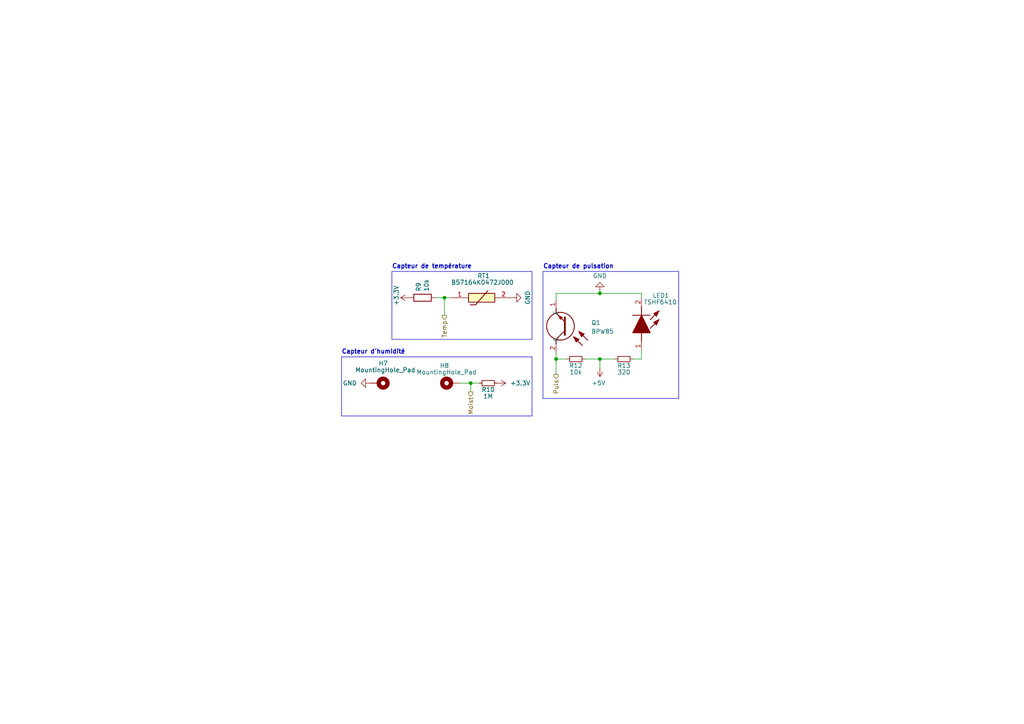
<source format=kicad_sch>
(kicad_sch (version 20230121) (generator eeschema)

  (uuid 66b96833-0d07-4c19-abb1-e38c2cfec611)

  (paper "A4")

  (lib_symbols
    (symbol "B57164K0472J000:B57164K0472J000" (pin_names hide) (in_bom yes) (on_board yes)
      (property "Reference" "RT" (at 13.97 6.35 0)
        (effects (font (size 1.27 1.27)) (justify left top))
      )
      (property "Value" "B57164K0472J000" (at 13.97 3.81 0)
        (effects (font (size 1.27 1.27)) (justify left top))
      )
      (property "Footprint" "B57164K_K164" (at 13.97 -96.19 0)
        (effects (font (size 1.27 1.27)) (justify left top) hide)
      )
      (property "Datasheet" "https://product.tdk.com/system/files/dam/doc/product/sensor/ntc/ntc_element/data_sheet/50/db/ntc/ntc_leaded_disks_k164.pdf" (at 13.97 -196.19 0)
        (effects (font (size 1.27 1.27)) (justify left top) hide)
      )
      (property "Height" "13" (at 13.97 -396.19 0)
        (effects (font (size 1.27 1.27)) (justify left top) hide)
      )
      (property "Mouser Part Number" "871-B57164K472J" (at 13.97 -496.19 0)
        (effects (font (size 1.27 1.27)) (justify left top) hide)
      )
      (property "Mouser Price/Stock" "https://www.mouser.co.uk/ProductDetail/EPCOS-TDK/B57164K0472J000?qs=E%2F3ZYvLbbh%252BSO9HS61TgCw%3D%3D" (at 13.97 -596.19 0)
        (effects (font (size 1.27 1.27)) (justify left top) hide)
      )
      (property "Manufacturer_Name" "TDK" (at 13.97 -696.19 0)
        (effects (font (size 1.27 1.27)) (justify left top) hide)
      )
      (property "Manufacturer_Part_Number" "B57164K0472J000" (at 13.97 -796.19 0)
        (effects (font (size 1.27 1.27)) (justify left top) hide)
      )
      (property "ki_description" "NTC thermistors for temperature measurement, lead spacing 5mm, tinned copper" (at 0 0 0)
        (effects (font (size 1.27 1.27)) hide)
      )
      (symbol "B57164K0472J000_1_1"
        (polyline
          (pts
            (xy 5.588 -2.032)
            (xy 7.112 -2.032)
          )
          (stroke (width 0.254) (type default))
          (fill (type none))
        )
        (polyline
          (pts
            (xy 10.668 2.032)
            (xy 7.112 -2.032)
          )
          (stroke (width 0.254) (type default))
          (fill (type none))
        )
        (rectangle (start 5.08 1.27) (end 12.7 -1.27)
          (stroke (width 0.254) (type default))
          (fill (type background))
        )
        (pin passive line (at 0 0 0) (length 5.08)
          (name "1" (effects (font (size 1.27 1.27))))
          (number "1" (effects (font (size 1.27 1.27))))
        )
        (pin passive line (at 17.78 0 180) (length 5.08)
          (name "2" (effects (font (size 1.27 1.27))))
          (number "2" (effects (font (size 1.27 1.27))))
        )
      )
    )
    (symbol "BPW85:BPW85" (in_bom yes) (on_board yes)
      (property "Reference" "Q" (at 3.81 -6.35 0)
        (effects (font (size 1.27 1.27)) (justify left top))
      )
      (property "Value" "BPW85" (at 3.81 -8.89 0)
        (effects (font (size 1.27 1.27)) (justify left top))
      )
      (property "Footprint" "BPW85" (at 3.81 -108.89 0)
        (effects (font (size 1.27 1.27)) (justify left top) hide)
      )
      (property "Datasheet" "https://www.vishay.com/docs/81531/bpw85a.pdf" (at 3.81 -208.89 0)
        (effects (font (size 1.27 1.27)) (justify left top) hide)
      )
      (property "Height" "7.3" (at 3.81 -408.89 0)
        (effects (font (size 1.27 1.27)) (justify left top) hide)
      )
      (property "Mouser Part Number" "782-BPW85" (at 3.81 -508.89 0)
        (effects (font (size 1.27 1.27)) (justify left top) hide)
      )
      (property "Mouser Price/Stock" "https://www.mouser.co.uk/ProductDetail/Vishay-Semiconductors/BPW85?qs=MEEM2Ld9hee3FqBW1W5iRw%3D%3D" (at 3.81 -608.89 0)
        (effects (font (size 1.27 1.27)) (justify left top) hide)
      )
      (property "Manufacturer_Name" "Vishay" (at 3.81 -708.89 0)
        (effects (font (size 1.27 1.27)) (justify left top) hide)
      )
      (property "Manufacturer_Part_Number" "BPW85" (at 3.81 -808.89 0)
        (effects (font (size 1.27 1.27)) (justify left top) hide)
      )
      (property "ki_description" "Phototransistors T-1 450 to 1080nm +/-25 deg" (at 0 0 0)
        (effects (font (size 1.27 1.27)) hide)
      )
      (symbol "BPW85_1_1"
        (circle (center -1.27 -7.62) (radius 4.016)
          (stroke (width 0.254) (type default))
          (fill (type none))
        )
        (polyline
          (pts
            (xy -9.144 -3.556)
            (xy -6.604 -6.096)
          )
          (stroke (width 0.254) (type default))
          (fill (type none))
        )
        (polyline
          (pts
            (xy -7.62 -2.032)
            (xy -5.08 -4.572)
          )
          (stroke (width 0.254) (type default))
          (fill (type none))
        )
        (polyline
          (pts
            (xy -2.54 -8.89)
            (xy 0 -11.43)
          )
          (stroke (width 0.254) (type default))
          (fill (type none))
        )
        (polyline
          (pts
            (xy -2.54 -6.35)
            (xy 0 -3.81)
          )
          (stroke (width 0.254) (type default))
          (fill (type none))
        )
        (polyline
          (pts
            (xy -2.54 -5.08)
            (xy -2.54 -10.16)
          )
          (stroke (width 0.508) (type default))
          (fill (type none))
        )
        (polyline
          (pts
            (xy 0 -11.43)
            (xy 0 -12.7)
          )
          (stroke (width 0.254) (type default))
          (fill (type none))
        )
        (polyline
          (pts
            (xy 0 -3.81)
            (xy 0 -2.54)
          )
          (stroke (width 0.254) (type default))
          (fill (type none))
        )
        (polyline
          (pts
            (xy -8.128 -5.334)
            (xy -7.366 -4.572)
            (xy -6.604 -6.096)
            (xy -8.128 -5.334)
          )
          (stroke (width 0.254) (type default))
          (fill (type outline))
        )
        (polyline
          (pts
            (xy -6.604 -3.81)
            (xy -5.842 -3.048)
            (xy -5.08 -4.572)
            (xy -6.604 -3.81)
          )
          (stroke (width 0.254) (type default))
          (fill (type outline))
        )
        (polyline
          (pts
            (xy -1.778 -10.16)
            (xy -1.27 -9.652)
            (xy -0.762 -10.668)
            (xy -1.778 -10.16)
          )
          (stroke (width 0.254) (type default))
          (fill (type outline))
        )
        (pin passive line (at 0 -15.24 90) (length 2.54)
          (name "E" (effects (font (size 1.27 1.27))))
          (number "1" (effects (font (size 1.27 1.27))))
        )
        (pin passive line (at 0 0 270) (length 2.54)
          (name "C" (effects (font (size 1.27 1.27))))
          (number "2" (effects (font (size 1.27 1.27))))
        )
      )
    )
    (symbol "Device:R" (pin_numbers hide) (pin_names (offset 0)) (in_bom yes) (on_board yes)
      (property "Reference" "R" (at 2.032 0 90)
        (effects (font (size 1.27 1.27)))
      )
      (property "Value" "R" (at 0 0 90)
        (effects (font (size 1.27 1.27)))
      )
      (property "Footprint" "" (at -1.778 0 90)
        (effects (font (size 1.27 1.27)) hide)
      )
      (property "Datasheet" "~" (at 0 0 0)
        (effects (font (size 1.27 1.27)) hide)
      )
      (property "ki_keywords" "R res resistor" (at 0 0 0)
        (effects (font (size 1.27 1.27)) hide)
      )
      (property "ki_description" "Resistor" (at 0 0 0)
        (effects (font (size 1.27 1.27)) hide)
      )
      (property "ki_fp_filters" "R_*" (at 0 0 0)
        (effects (font (size 1.27 1.27)) hide)
      )
      (symbol "R_0_1"
        (rectangle (start -1.016 -2.54) (end 1.016 2.54)
          (stroke (width 0.254) (type default))
          (fill (type none))
        )
      )
      (symbol "R_1_1"
        (pin passive line (at 0 3.81 270) (length 1.27)
          (name "~" (effects (font (size 1.27 1.27))))
          (number "1" (effects (font (size 1.27 1.27))))
        )
        (pin passive line (at 0 -3.81 90) (length 1.27)
          (name "~" (effects (font (size 1.27 1.27))))
          (number "2" (effects (font (size 1.27 1.27))))
        )
      )
    )
    (symbol "Device:R_Small" (pin_numbers hide) (pin_names (offset 0.254) hide) (in_bom yes) (on_board yes)
      (property "Reference" "R" (at 0.762 0.508 0)
        (effects (font (size 1.27 1.27)) (justify left))
      )
      (property "Value" "R_Small" (at 0.762 -1.016 0)
        (effects (font (size 1.27 1.27)) (justify left))
      )
      (property "Footprint" "" (at 0 0 0)
        (effects (font (size 1.27 1.27)) hide)
      )
      (property "Datasheet" "~" (at 0 0 0)
        (effects (font (size 1.27 1.27)) hide)
      )
      (property "ki_keywords" "R resistor" (at 0 0 0)
        (effects (font (size 1.27 1.27)) hide)
      )
      (property "ki_description" "Resistor, small symbol" (at 0 0 0)
        (effects (font (size 1.27 1.27)) hide)
      )
      (property "ki_fp_filters" "R_*" (at 0 0 0)
        (effects (font (size 1.27 1.27)) hide)
      )
      (symbol "R_Small_0_1"
        (rectangle (start -0.762 1.778) (end 0.762 -1.778)
          (stroke (width 0.2032) (type default))
          (fill (type none))
        )
      )
      (symbol "R_Small_1_1"
        (pin passive line (at 0 2.54 270) (length 0.762)
          (name "~" (effects (font (size 1.27 1.27))))
          (number "1" (effects (font (size 1.27 1.27))))
        )
        (pin passive line (at 0 -2.54 90) (length 0.762)
          (name "~" (effects (font (size 1.27 1.27))))
          (number "2" (effects (font (size 1.27 1.27))))
        )
      )
    )
    (symbol "Mechanical:MountingHole_Pad" (pin_numbers hide) (pin_names (offset 1.016) hide) (in_bom yes) (on_board yes)
      (property "Reference" "H" (at 0 6.35 0)
        (effects (font (size 1.27 1.27)))
      )
      (property "Value" "MountingHole_Pad" (at 0 4.445 0)
        (effects (font (size 1.27 1.27)))
      )
      (property "Footprint" "" (at 0 0 0)
        (effects (font (size 1.27 1.27)) hide)
      )
      (property "Datasheet" "~" (at 0 0 0)
        (effects (font (size 1.27 1.27)) hide)
      )
      (property "ki_keywords" "mounting hole" (at 0 0 0)
        (effects (font (size 1.27 1.27)) hide)
      )
      (property "ki_description" "Mounting Hole with connection" (at 0 0 0)
        (effects (font (size 1.27 1.27)) hide)
      )
      (property "ki_fp_filters" "MountingHole*Pad*" (at 0 0 0)
        (effects (font (size 1.27 1.27)) hide)
      )
      (symbol "MountingHole_Pad_0_1"
        (circle (center 0 1.27) (radius 1.27)
          (stroke (width 1.27) (type default))
          (fill (type none))
        )
      )
      (symbol "MountingHole_Pad_1_1"
        (pin input line (at 0 -2.54 90) (length 2.54)
          (name "1" (effects (font (size 1.27 1.27))))
          (number "1" (effects (font (size 1.27 1.27))))
        )
      )
    )
    (symbol "TSHF6410:TSHF6410" (pin_names hide) (in_bom yes) (on_board yes)
      (property "Reference" "LED" (at 12.7 8.89 0)
        (effects (font (size 1.27 1.27)) (justify left bottom))
      )
      (property "Value" "TSHF6410" (at 12.7 6.35 0)
        (effects (font (size 1.27 1.27)) (justify left bottom))
      )
      (property "Footprint" "TSHF6410" (at 12.7 -93.65 0)
        (effects (font (size 1.27 1.27)) (justify left bottom) hide)
      )
      (property "Datasheet" "https://componentsearchengine.com/Datasheets/2/TSHF6410.pdf" (at 12.7 -193.65 0)
        (effects (font (size 1.27 1.27)) (justify left bottom) hide)
      )
      (property "Height" "9.7" (at 12.7 -393.65 0)
        (effects (font (size 1.27 1.27)) (justify left bottom) hide)
      )
      (property "Future Part Number" "" (at 12.7 -493.65 0)
        (effects (font (size 1.27 1.27)) (justify left bottom) hide)
      )
      (property "Future Price/Stock" "" (at 12.7 -593.65 0)
        (effects (font (size 1.27 1.27)) (justify left bottom) hide)
      )
      (property "Manufacturer_Name" "Vishay" (at 12.7 -693.65 0)
        (effects (font (size 1.27 1.27)) (justify left bottom) hide)
      )
      (property "Manufacturer_Part_Number" "TSHF6410" (at 12.7 -793.65 0)
        (effects (font (size 1.27 1.27)) (justify left bottom) hide)
      )
      (property "ki_description" "Infrared Emitter 890nm 700mW/sr Circular Top Mount 2-Pin T-1 3/4 Bulk" (at 0 0 0)
        (effects (font (size 1.27 1.27)) hide)
      )
      (symbol "TSHF6410_1_1"
        (polyline
          (pts
            (xy 2.54 0)
            (xy 5.08 0)
          )
          (stroke (width 0.254) (type default))
          (fill (type none))
        )
        (polyline
          (pts
            (xy 5.08 2.54)
            (xy 5.08 -2.54)
          )
          (stroke (width 0.254) (type default))
          (fill (type none))
        )
        (polyline
          (pts
            (xy 6.35 2.54)
            (xy 3.81 5.08)
          )
          (stroke (width 0.254) (type default))
          (fill (type none))
        )
        (polyline
          (pts
            (xy 8.89 2.54)
            (xy 6.35 5.08)
          )
          (stroke (width 0.254) (type default))
          (fill (type none))
        )
        (polyline
          (pts
            (xy 10.16 0)
            (xy 12.7 0)
          )
          (stroke (width 0.254) (type default))
          (fill (type none))
        )
        (polyline
          (pts
            (xy 5.08 0)
            (xy 10.16 2.54)
            (xy 10.16 -2.54)
            (xy 5.08 0)
          )
          (stroke (width 0.254) (type default))
          (fill (type outline))
        )
        (polyline
          (pts
            (xy 5.334 4.318)
            (xy 4.572 3.556)
            (xy 3.81 5.08)
            (xy 5.334 4.318)
          )
          (stroke (width 0.254) (type default))
          (fill (type outline))
        )
        (polyline
          (pts
            (xy 7.874 4.318)
            (xy 7.112 3.556)
            (xy 6.35 5.08)
            (xy 7.874 4.318)
          )
          (stroke (width 0.254) (type default))
          (fill (type outline))
        )
        (pin passive line (at 15.24 0 180) (length 2.54)
          (name "A" (effects (font (size 1.27 1.27))))
          (number "1" (effects (font (size 1.27 1.27))))
        )
        (pin passive line (at 0 0 0) (length 2.54)
          (name "K" (effects (font (size 1.27 1.27))))
          (number "2" (effects (font (size 1.27 1.27))))
        )
      )
    )
    (symbol "power:+3.3V" (power) (pin_names (offset 0)) (in_bom yes) (on_board yes)
      (property "Reference" "#PWR" (at 0 -3.81 0)
        (effects (font (size 1.27 1.27)) hide)
      )
      (property "Value" "+3.3V" (at 0 3.556 0)
        (effects (font (size 1.27 1.27)))
      )
      (property "Footprint" "" (at 0 0 0)
        (effects (font (size 1.27 1.27)) hide)
      )
      (property "Datasheet" "" (at 0 0 0)
        (effects (font (size 1.27 1.27)) hide)
      )
      (property "ki_keywords" "global power" (at 0 0 0)
        (effects (font (size 1.27 1.27)) hide)
      )
      (property "ki_description" "Power symbol creates a global label with name \"+3.3V\"" (at 0 0 0)
        (effects (font (size 1.27 1.27)) hide)
      )
      (symbol "+3.3V_0_1"
        (polyline
          (pts
            (xy -0.762 1.27)
            (xy 0 2.54)
          )
          (stroke (width 0) (type default))
          (fill (type none))
        )
        (polyline
          (pts
            (xy 0 0)
            (xy 0 2.54)
          )
          (stroke (width 0) (type default))
          (fill (type none))
        )
        (polyline
          (pts
            (xy 0 2.54)
            (xy 0.762 1.27)
          )
          (stroke (width 0) (type default))
          (fill (type none))
        )
      )
      (symbol "+3.3V_1_1"
        (pin power_in line (at 0 0 90) (length 0) hide
          (name "+3.3V" (effects (font (size 1.27 1.27))))
          (number "1" (effects (font (size 1.27 1.27))))
        )
      )
    )
    (symbol "power:+5V" (power) (pin_names (offset 0)) (in_bom yes) (on_board yes)
      (property "Reference" "#PWR" (at 0 -3.81 0)
        (effects (font (size 1.27 1.27)) hide)
      )
      (property "Value" "+5V" (at 0 3.556 0)
        (effects (font (size 1.27 1.27)))
      )
      (property "Footprint" "" (at 0 0 0)
        (effects (font (size 1.27 1.27)) hide)
      )
      (property "Datasheet" "" (at 0 0 0)
        (effects (font (size 1.27 1.27)) hide)
      )
      (property "ki_keywords" "global power" (at 0 0 0)
        (effects (font (size 1.27 1.27)) hide)
      )
      (property "ki_description" "Power symbol creates a global label with name \"+5V\"" (at 0 0 0)
        (effects (font (size 1.27 1.27)) hide)
      )
      (symbol "+5V_0_1"
        (polyline
          (pts
            (xy -0.762 1.27)
            (xy 0 2.54)
          )
          (stroke (width 0) (type default))
          (fill (type none))
        )
        (polyline
          (pts
            (xy 0 0)
            (xy 0 2.54)
          )
          (stroke (width 0) (type default))
          (fill (type none))
        )
        (polyline
          (pts
            (xy 0 2.54)
            (xy 0.762 1.27)
          )
          (stroke (width 0) (type default))
          (fill (type none))
        )
      )
      (symbol "+5V_1_1"
        (pin power_in line (at 0 0 90) (length 0) hide
          (name "+5V" (effects (font (size 1.27 1.27))))
          (number "1" (effects (font (size 1.27 1.27))))
        )
      )
    )
    (symbol "power:GND" (power) (pin_names (offset 0)) (in_bom yes) (on_board yes)
      (property "Reference" "#PWR" (at 0 -6.35 0)
        (effects (font (size 1.27 1.27)) hide)
      )
      (property "Value" "GND" (at 0 -3.81 0)
        (effects (font (size 1.27 1.27)))
      )
      (property "Footprint" "" (at 0 0 0)
        (effects (font (size 1.27 1.27)) hide)
      )
      (property "Datasheet" "" (at 0 0 0)
        (effects (font (size 1.27 1.27)) hide)
      )
      (property "ki_keywords" "global power" (at 0 0 0)
        (effects (font (size 1.27 1.27)) hide)
      )
      (property "ki_description" "Power symbol creates a global label with name \"GND\" , ground" (at 0 0 0)
        (effects (font (size 1.27 1.27)) hide)
      )
      (symbol "GND_0_1"
        (polyline
          (pts
            (xy 0 0)
            (xy 0 -1.27)
            (xy 1.27 -1.27)
            (xy 0 -2.54)
            (xy -1.27 -1.27)
            (xy 0 -1.27)
          )
          (stroke (width 0) (type default))
          (fill (type none))
        )
      )
      (symbol "GND_1_1"
        (pin power_in line (at 0 0 270) (length 0) hide
          (name "GND" (effects (font (size 1.27 1.27))))
          (number "1" (effects (font (size 1.27 1.27))))
        )
      )
    )
  )

  (junction (at 136.525 111.125) (diameter 0) (color 0 0 0 0)
    (uuid 7a996a25-b4b7-4c41-b3c3-463fb117659e)
  )
  (junction (at 128.905 86.36) (diameter 0) (color 0 0 0 0)
    (uuid abcfa79d-973d-496c-a1e1-d784bcc07665)
  )
  (junction (at 161.29 104.14) (diameter 0) (color 0 0 0 0)
    (uuid b5125ab1-a97c-471a-9177-245c120a8b05)
  )
  (junction (at 173.99 104.14) (diameter 0) (color 0 0 0 0)
    (uuid c0100dd2-59a0-47b5-9b56-419ab9214a3e)
  )
  (junction (at 173.99 85.09) (diameter 0) (color 0 0 0 0)
    (uuid e407a376-1c34-4617-b034-4799f0a8eebe)
  )

  (wire (pts (xy 173.99 85.09) (xy 161.29 85.09))
    (stroke (width 0) (type default))
    (uuid 0168b21c-ad3b-432e-b8e5-3fddb7764b8a)
  )
  (wire (pts (xy 173.99 84.455) (xy 173.99 85.09))
    (stroke (width 0) (type default))
    (uuid 0c9cd014-eac1-47bb-976d-103493d28d7d)
  )
  (wire (pts (xy 136.525 111.125) (xy 136.525 113.665))
    (stroke (width 0) (type default))
    (uuid 1ccb4cfb-6740-4a1b-a4c4-f94efc6af3ce)
  )
  (wire (pts (xy 169.545 104.14) (xy 173.99 104.14))
    (stroke (width 0) (type default))
    (uuid 307d457e-0d86-403f-9a9b-25bb2075c77c)
  )
  (wire (pts (xy 139.065 111.125) (xy 136.525 111.125))
    (stroke (width 0) (type default))
    (uuid 424a244f-e8e7-4445-8bb9-af85b43180d9)
  )
  (wire (pts (xy 161.29 85.09) (xy 161.29 86.995))
    (stroke (width 0) (type default))
    (uuid 47f6a03f-1cbe-4813-8923-1b2382f2e6a5)
  )
  (wire (pts (xy 128.905 91.44) (xy 128.905 86.36))
    (stroke (width 0) (type default))
    (uuid 4968389d-59dc-43cf-8d38-806914c9e55a)
  )
  (wire (pts (xy 186.055 101.6) (xy 186.055 104.14))
    (stroke (width 0) (type default))
    (uuid 5803f208-1180-4cf7-b765-96f770b18fb4)
  )
  (wire (pts (xy 126.365 86.36) (xy 128.905 86.36))
    (stroke (width 0) (type default))
    (uuid 7da93c65-245c-4e40-b377-fb6eaeb482ad)
  )
  (wire (pts (xy 161.29 104.14) (xy 161.29 108.585))
    (stroke (width 0) (type default))
    (uuid 803d4c21-a7ec-429f-bf55-36c6e4b77b90)
  )
  (wire (pts (xy 186.055 85.09) (xy 186.055 86.36))
    (stroke (width 0) (type default))
    (uuid 9424652a-2087-42fc-82f1-603e1dd21a0b)
  )
  (wire (pts (xy 161.29 102.235) (xy 161.29 104.14))
    (stroke (width 0) (type default))
    (uuid 9f2b5ba4-2c3d-47dd-8d15-1455e64346e6)
  )
  (wire (pts (xy 173.99 106.68) (xy 173.99 104.14))
    (stroke (width 0) (type default))
    (uuid a7dd298c-107c-4139-95d3-2856075b97f6)
  )
  (wire (pts (xy 161.29 104.14) (xy 164.465 104.14))
    (stroke (width 0) (type default))
    (uuid ab31b8b6-f2b9-4eda-bc86-4adb426bfed6)
  )
  (wire (pts (xy 173.99 104.14) (xy 178.435 104.14))
    (stroke (width 0) (type default))
    (uuid acba4698-5c03-4fc2-84e5-9510306d12ff)
  )
  (wire (pts (xy 173.99 85.09) (xy 186.055 85.09))
    (stroke (width 0) (type default))
    (uuid bef9d4e0-b520-4f37-a498-1a812269cd01)
  )
  (wire (pts (xy 128.905 86.36) (xy 130.81 86.36))
    (stroke (width 0) (type default))
    (uuid c1e00265-2ed1-4af6-a776-e40e43038e7a)
  )
  (wire (pts (xy 183.515 104.14) (xy 186.055 104.14))
    (stroke (width 0) (type default))
    (uuid e1e85fc3-4223-49c2-b7c1-a0bf12df6a6c)
  )
  (wire (pts (xy 136.525 111.125) (xy 133.35 111.125))
    (stroke (width 0) (type default))
    (uuid ec7e4436-1f3b-4e61-8669-6f8508a9991d)
  )

  (rectangle (start 113.665 78.74) (end 154.305 98.425)
    (stroke (width 0) (type default))
    (fill (type none))
    (uuid 24d46565-2385-409e-8be9-829129cb984e)
  )
  (rectangle (start 157.48 78.74) (end 196.85 115.57)
    (stroke (width 0) (type default))
    (fill (type none))
    (uuid f517bbef-3bd3-4635-b2b3-cd786abe7e09)
  )
  (rectangle (start 99.06 103.505) (end 154.305 120.65)
    (stroke (width 0) (type default))
    (fill (type none))
    (uuid f9c19c69-1a78-4d5f-8230-086ea05273d6)
  )

  (text "Capteur de pulsation" (at 157.48 78.105 0)
    (effects (font (size 1.27 1.27) bold) (justify left bottom))
    (uuid 0be88496-5da0-4cee-81b9-0d43bd347055)
  )
  (text "Capteur de température" (at 113.665 78.105 0)
    (effects (font (size 1.27 1.27) bold) (justify left bottom))
    (uuid 31f66fae-7fae-4b17-815b-6459f13c10c3)
  )
  (text "Capteur d'humidité" (at 99.06 102.87 0)
    (effects (font (size 1.27 1.27) bold) (justify left bottom))
    (uuid 365da145-83a5-4171-b202-bffd051d4740)
  )

  (hierarchical_label "Temp" (shape output) (at 128.905 91.44 270) (fields_autoplaced)
    (effects (font (size 1.27 1.27)) (justify right))
    (uuid 00d8340b-94d3-416d-bf91-1b68450cfd7b)
  )
  (hierarchical_label "Moist" (shape output) (at 136.525 113.665 270) (fields_autoplaced)
    (effects (font (size 1.27 1.27)) (justify right))
    (uuid 84228af4-3921-425b-b3cb-aa991d57ae8a)
  )
  (hierarchical_label "Puls" (shape output) (at 161.29 108.585 270) (fields_autoplaced)
    (effects (font (size 1.27 1.27)) (justify right))
    (uuid e5826667-bceb-4789-91c4-35c9aa68cce9)
  )

  (symbol (lib_id "TSHF6410:TSHF6410") (at 186.055 86.36 270) (unit 1)
    (in_bom yes) (on_board yes) (dnp no)
    (uuid 0e016e18-2ab4-419e-bf79-412c4799d114)
    (property "Reference" "LED1" (at 189.23 85.725 90)
      (effects (font (size 1.27 1.27)) (justify left))
    )
    (property "Value" "TSHF6410" (at 186.69 87.63 90)
      (effects (font (size 1.27 1.27)) (justify left))
    )
    (property "Footprint" "MesEmpreintes:TSHF6410" (at 92.405 99.06 0)
      (effects (font (size 1.27 1.27)) (justify left bottom) hide)
    )
    (property "Datasheet" "https://componentsearchengine.com/Datasheets/2/TSHF6410.pdf" (at -7.595 99.06 0)
      (effects (font (size 1.27 1.27)) (justify left bottom) hide)
    )
    (property "Height" "9.7" (at -207.595 99.06 0)
      (effects (font (size 1.27 1.27)) (justify left bottom) hide)
    )
    (property "Future Part Number" "" (at -307.595 99.06 0)
      (effects (font (size 1.27 1.27)) (justify left bottom) hide)
    )
    (property "Future Price/Stock" "" (at -407.595 99.06 0)
      (effects (font (size 1.27 1.27)) (justify left bottom) hide)
    )
    (property "Manufacturer_Name" "Vishay" (at -507.595 99.06 0)
      (effects (font (size 1.27 1.27)) (justify left bottom) hide)
    )
    (property "Manufacturer_Part_Number" "TSHF6410" (at -607.595 99.06 0)
      (effects (font (size 1.27 1.27)) (justify left bottom) hide)
    )
    (pin "1" (uuid a8e21de0-90f5-4e45-bdab-e992e959ab65))
    (pin "2" (uuid 5ec938e1-70ee-4a46-9444-3a06e28488ff))
    (instances
      (project "Projet_PAZ"
        (path "/2ce892fe-c082-4bae-b2dd-3c3e6d69cf95/4a8c1952-091f-40ac-9e87-dbf25fbdc56d"
          (reference "LED1") (unit 1)
        )
      )
    )
  )

  (symbol (lib_id "Device:R") (at 122.555 86.36 90) (unit 1)
    (in_bom yes) (on_board yes) (dnp no)
    (uuid 1c42dc65-c4cd-4d36-84e5-c8cc44aca45b)
    (property "Reference" "R9" (at 121.3866 84.582 0)
      (effects (font (size 1.27 1.27)) (justify left))
    )
    (property "Value" "10k" (at 123.698 84.582 0)
      (effects (font (size 1.27 1.27)) (justify left))
    )
    (property "Footprint" "Resistor_SMD:R_0603_1608Metric_Pad0.98x0.95mm_HandSolder" (at 122.555 88.138 90)
      (effects (font (size 1.27 1.27)) hide)
    )
    (property "Datasheet" "~" (at 122.555 86.36 0)
      (effects (font (size 1.27 1.27)) hide)
    )
    (pin "1" (uuid f8fac671-0baf-4d21-8d82-4b9ca9e42a4f))
    (pin "2" (uuid 0131d9e4-b427-4090-936b-4288aba9deab))
    (instances
      (project "Projet_PAZ"
        (path "/2ce892fe-c082-4bae-b2dd-3c3e6d69cf95/4a8c1952-091f-40ac-9e87-dbf25fbdc56d"
          (reference "R9") (unit 1)
        )
      )
    )
  )

  (symbol (lib_id "Device:R_Small") (at 180.975 104.14 90) (unit 1)
    (in_bom yes) (on_board yes) (dnp no)
    (uuid 31ebbb31-b1ce-4a4e-b1db-9de62184598f)
    (property "Reference" "R13" (at 180.975 106.045 90)
      (effects (font (size 1.27 1.27)))
    )
    (property "Value" "320" (at 180.975 107.95 90)
      (effects (font (size 1.27 1.27)))
    )
    (property "Footprint" "Resistor_SMD:R_0603_1608Metric_Pad0.98x0.95mm_HandSolder" (at 180.975 104.14 0)
      (effects (font (size 1.27 1.27)) hide)
    )
    (property "Datasheet" "~" (at 180.975 104.14 0)
      (effects (font (size 1.27 1.27)) hide)
    )
    (pin "1" (uuid 51eb4bb8-cfd3-4684-a8a8-8c62f428e4a4))
    (pin "2" (uuid 82d6b6fb-b47b-4370-bfcc-3c5098d39b5b))
    (instances
      (project "Projet_PAZ"
        (path "/2ce892fe-c082-4bae-b2dd-3c3e6d69cf95/4a8c1952-091f-40ac-9e87-dbf25fbdc56d"
          (reference "R13") (unit 1)
        )
      )
    )
  )

  (symbol (lib_id "power:GND") (at 173.99 84.455 180) (unit 1)
    (in_bom yes) (on_board yes) (dnp no) (fields_autoplaced)
    (uuid 41f7f69e-578a-4043-88c0-9010db43651c)
    (property "Reference" "#PWR021" (at 173.99 78.105 0)
      (effects (font (size 1.27 1.27)) hide)
    )
    (property "Value" "GND" (at 173.99 80.01 0)
      (effects (font (size 1.27 1.27)))
    )
    (property "Footprint" "" (at 173.99 84.455 0)
      (effects (font (size 1.27 1.27)) hide)
    )
    (property "Datasheet" "" (at 173.99 84.455 0)
      (effects (font (size 1.27 1.27)) hide)
    )
    (pin "1" (uuid 8314f215-4fad-4787-aed8-b1e2065cdd0b))
    (instances
      (project "Projet_PAZ"
        (path "/2ce892fe-c082-4bae-b2dd-3c3e6d69cf95/4a8c1952-091f-40ac-9e87-dbf25fbdc56d"
          (reference "#PWR021") (unit 1)
        )
      )
    )
  )

  (symbol (lib_id "Mechanical:MountingHole_Pad") (at 130.81 111.125 90) (unit 1)
    (in_bom yes) (on_board yes) (dnp no)
    (uuid 44f17e8a-2f27-4a17-a5fe-17ecb8c69486)
    (property "Reference" "H8" (at 128.905 106.045 90)
      (effects (font (size 1.27 1.27)))
    )
    (property "Value" "MountingHole_Pad" (at 129.54 107.95 90)
      (effects (font (size 1.27 1.27)))
    )
    (property "Footprint" "MesEmpreintes:ConnexionPAZ" (at 130.81 111.125 0)
      (effects (font (size 1.27 1.27)) hide)
    )
    (property "Datasheet" "~" (at 130.81 111.125 0)
      (effects (font (size 1.27 1.27)) hide)
    )
    (pin "1" (uuid b1739ab2-f8d4-4427-8d07-57816d24269b))
    (instances
      (project "Projet_PAZ"
        (path "/2ce892fe-c082-4bae-b2dd-3c3e6d69cf95/4a8c1952-091f-40ac-9e87-dbf25fbdc56d"
          (reference "H8") (unit 1)
        )
      )
    )
  )

  (symbol (lib_id "Device:R_Small") (at 167.005 104.14 90) (unit 1)
    (in_bom yes) (on_board yes) (dnp no)
    (uuid 7a3efc5d-cc5d-44be-86f8-13c4fdd8d6f7)
    (property "Reference" "R12" (at 167.005 106.045 90)
      (effects (font (size 1.27 1.27)))
    )
    (property "Value" "10k" (at 167.005 107.95 90)
      (effects (font (size 1.27 1.27)))
    )
    (property "Footprint" "Resistor_SMD:R_0603_1608Metric_Pad0.98x0.95mm_HandSolder" (at 167.005 104.14 0)
      (effects (font (size 1.27 1.27)) hide)
    )
    (property "Datasheet" "~" (at 167.005 104.14 0)
      (effects (font (size 1.27 1.27)) hide)
    )
    (pin "1" (uuid 5a5c195a-a7fc-44ae-92a5-533bebd69e7b))
    (pin "2" (uuid a634c592-f198-4f79-893d-77ad8f322f41))
    (instances
      (project "Projet_PAZ"
        (path "/2ce892fe-c082-4bae-b2dd-3c3e6d69cf95/4a8c1952-091f-40ac-9e87-dbf25fbdc56d"
          (reference "R12") (unit 1)
        )
      )
    )
  )

  (symbol (lib_id "B57164K0472J000:B57164K0472J000") (at 130.81 86.36 0) (unit 1)
    (in_bom yes) (on_board yes) (dnp no)
    (uuid 828f4eba-daa1-441e-8e85-6fa75b4fdde2)
    (property "Reference" "RT1" (at 138.43 80.01 0)
      (effects (font (size 1.27 1.27)) (justify left))
    )
    (property "Value" "B57164K0472J000" (at 130.81 81.915 0)
      (effects (font (size 1.27 1.27)) (justify left))
    )
    (property "Footprint" "MesEmpreintes:B57164K_K164" (at 144.78 182.55 0)
      (effects (font (size 1.27 1.27)) (justify left top) hide)
    )
    (property "Datasheet" "https://product.tdk.com/system/files/dam/doc/product/sensor/ntc/ntc_element/data_sheet/50/db/ntc/ntc_leaded_disks_k164.pdf" (at 144.78 282.55 0)
      (effects (font (size 1.27 1.27)) (justify left top) hide)
    )
    (property "Height" "13" (at 144.78 482.55 0)
      (effects (font (size 1.27 1.27)) (justify left top) hide)
    )
    (property "Mouser Part Number" "871-B57164K472J" (at 144.78 582.55 0)
      (effects (font (size 1.27 1.27)) (justify left top) hide)
    )
    (property "Mouser Price/Stock" "https://www.mouser.co.uk/ProductDetail/EPCOS-TDK/B57164K0472J000?qs=E%2F3ZYvLbbh%252BSO9HS61TgCw%3D%3D" (at 144.78 682.55 0)
      (effects (font (size 1.27 1.27)) (justify left top) hide)
    )
    (property "Manufacturer_Name" "TDK" (at 144.78 782.55 0)
      (effects (font (size 1.27 1.27)) (justify left top) hide)
    )
    (property "Manufacturer_Part_Number" "B57164K0472J000" (at 144.78 882.55 0)
      (effects (font (size 1.27 1.27)) (justify left top) hide)
    )
    (pin "2" (uuid 0b9af7f4-cd65-4a5c-ae6f-e0c10e95afa0))
    (pin "1" (uuid 432524ce-f9db-4e28-9459-e6f38df5147c))
    (instances
      (project "Projet_PAZ"
        (path "/2ce892fe-c082-4bae-b2dd-3c3e6d69cf95/4a8c1952-091f-40ac-9e87-dbf25fbdc56d"
          (reference "RT1") (unit 1)
        )
      )
    )
  )

  (symbol (lib_id "Device:R_Small") (at 141.605 111.125 90) (unit 1)
    (in_bom yes) (on_board yes) (dnp no)
    (uuid 889a9ac4-2cff-4b8c-ae96-2a020138eb29)
    (property "Reference" "R10" (at 141.605 113.03 90)
      (effects (font (size 1.27 1.27)))
    )
    (property "Value" "1M" (at 141.605 114.935 90)
      (effects (font (size 1.27 1.27)))
    )
    (property "Footprint" "Resistor_SMD:R_0603_1608Metric_Pad0.98x0.95mm_HandSolder" (at 141.605 111.125 0)
      (effects (font (size 1.27 1.27)) hide)
    )
    (property "Datasheet" "~" (at 141.605 111.125 0)
      (effects (font (size 1.27 1.27)) hide)
    )
    (pin "1" (uuid 4386326a-ef45-4528-9231-bfdae259261a))
    (pin "2" (uuid 7e524f00-20fc-4828-be88-507c4b4c965b))
    (instances
      (project "Projet_PAZ"
        (path "/2ce892fe-c082-4bae-b2dd-3c3e6d69cf95/4a8c1952-091f-40ac-9e87-dbf25fbdc56d"
          (reference "R10") (unit 1)
        )
      )
    )
  )

  (symbol (lib_id "BPW85:BPW85") (at 161.29 102.235 180) (unit 1)
    (in_bom yes) (on_board yes) (dnp no) (fields_autoplaced)
    (uuid 8bd148b2-e9d2-494d-97c9-8cf1200b19f3)
    (property "Reference" "Q1" (at 171.45 93.599 0)
      (effects (font (size 1.27 1.27)) (justify right))
    )
    (property "Value" "BPW85" (at 171.45 96.139 0)
      (effects (font (size 1.27 1.27)) (justify right))
    )
    (property "Footprint" "MesEmpreintes:BPW85" (at 157.48 -6.655 0)
      (effects (font (size 1.27 1.27)) (justify left top) hide)
    )
    (property "Datasheet" "https://www.vishay.com/docs/81531/bpw85a.pdf" (at 157.48 -106.655 0)
      (effects (font (size 1.27 1.27)) (justify left top) hide)
    )
    (property "Height" "7.3" (at 157.48 -306.655 0)
      (effects (font (size 1.27 1.27)) (justify left top) hide)
    )
    (property "Mouser Part Number" "782-BPW85" (at 157.48 -406.655 0)
      (effects (font (size 1.27 1.27)) (justify left top) hide)
    )
    (property "Mouser Price/Stock" "https://www.mouser.co.uk/ProductDetail/Vishay-Semiconductors/BPW85?qs=MEEM2Ld9hee3FqBW1W5iRw%3D%3D" (at 157.48 -506.655 0)
      (effects (font (size 1.27 1.27)) (justify left top) hide)
    )
    (property "Manufacturer_Name" "Vishay" (at 157.48 -606.655 0)
      (effects (font (size 1.27 1.27)) (justify left top) hide)
    )
    (property "Manufacturer_Part_Number" "BPW85" (at 157.48 -706.655 0)
      (effects (font (size 1.27 1.27)) (justify left top) hide)
    )
    (pin "2" (uuid 2716218c-88f2-450c-b0ef-4fe808172562))
    (pin "1" (uuid 60ac8f87-8a01-4698-b80e-2b486232230d))
    (instances
      (project "Projet_PAZ"
        (path "/2ce892fe-c082-4bae-b2dd-3c3e6d69cf95/4a8c1952-091f-40ac-9e87-dbf25fbdc56d"
          (reference "Q1") (unit 1)
        )
      )
    )
  )

  (symbol (lib_id "power:GND") (at 107.315 111.125 270) (unit 1)
    (in_bom yes) (on_board yes) (dnp no) (fields_autoplaced)
    (uuid 9936caa2-f31c-4b7a-9b12-2d71470b7b09)
    (property "Reference" "#PWR07" (at 100.965 111.125 0)
      (effects (font (size 1.27 1.27)) hide)
    )
    (property "Value" "GND" (at 103.505 111.125 90)
      (effects (font (size 1.27 1.27)) (justify right))
    )
    (property "Footprint" "" (at 107.315 111.125 0)
      (effects (font (size 1.27 1.27)) hide)
    )
    (property "Datasheet" "" (at 107.315 111.125 0)
      (effects (font (size 1.27 1.27)) hide)
    )
    (pin "1" (uuid 7d8ee1f7-9ffd-4351-8b8e-498ad6b8902c))
    (instances
      (project "Projet_PAZ"
        (path "/2ce892fe-c082-4bae-b2dd-3c3e6d69cf95/4a8c1952-091f-40ac-9e87-dbf25fbdc56d"
          (reference "#PWR07") (unit 1)
        )
      )
    )
  )

  (symbol (lib_id "power:GND") (at 148.59 86.36 90) (unit 1)
    (in_bom yes) (on_board yes) (dnp no) (fields_autoplaced)
    (uuid a9ddf745-aae7-4bdb-9499-33ea5db31288)
    (property "Reference" "#PWR06" (at 154.94 86.36 0)
      (effects (font (size 1.27 1.27)) hide)
    )
    (property "Value" "GND" (at 153.035 86.36 0)
      (effects (font (size 1.27 1.27)))
    )
    (property "Footprint" "" (at 148.59 86.36 0)
      (effects (font (size 1.27 1.27)) hide)
    )
    (property "Datasheet" "" (at 148.59 86.36 0)
      (effects (font (size 1.27 1.27)) hide)
    )
    (pin "1" (uuid c8a26c97-cb88-44c8-96d5-ed89a59472cf))
    (instances
      (project "Projet_PAZ"
        (path "/2ce892fe-c082-4bae-b2dd-3c3e6d69cf95/4a8c1952-091f-40ac-9e87-dbf25fbdc56d"
          (reference "#PWR06") (unit 1)
        )
      )
    )
  )

  (symbol (lib_id "Mechanical:MountingHole_Pad") (at 109.855 111.125 270) (unit 1)
    (in_bom yes) (on_board yes) (dnp no)
    (uuid b4c8a35c-f3ea-4b24-8edc-685e37c12d4b)
    (property "Reference" "H7" (at 111.125 105.41 90)
      (effects (font (size 1.27 1.27)))
    )
    (property "Value" "MountingHole_Pad" (at 111.76 107.315 90)
      (effects (font (size 1.27 1.27)))
    )
    (property "Footprint" "MesEmpreintes:ConnexionPAZ" (at 109.855 111.125 0)
      (effects (font (size 1.27 1.27)) hide)
    )
    (property "Datasheet" "~" (at 109.855 111.125 0)
      (effects (font (size 1.27 1.27)) hide)
    )
    (pin "1" (uuid d4a5eb4e-0c93-476f-94c7-c9743b7473cf))
    (instances
      (project "Projet_PAZ"
        (path "/2ce892fe-c082-4bae-b2dd-3c3e6d69cf95/4a8c1952-091f-40ac-9e87-dbf25fbdc56d"
          (reference "H7") (unit 1)
        )
      )
    )
  )

  (symbol (lib_id "power:+3.3V") (at 144.145 111.125 270) (unit 1)
    (in_bom yes) (on_board yes) (dnp no) (fields_autoplaced)
    (uuid bebe904d-eb6a-4018-b936-1c3fce860c32)
    (property "Reference" "#PWR019" (at 140.335 111.125 0)
      (effects (font (size 1.27 1.27)) hide)
    )
    (property "Value" "+3.3V" (at 147.955 111.125 90)
      (effects (font (size 1.27 1.27)) (justify left))
    )
    (property "Footprint" "" (at 144.145 111.125 0)
      (effects (font (size 1.27 1.27)) hide)
    )
    (property "Datasheet" "" (at 144.145 111.125 0)
      (effects (font (size 1.27 1.27)) hide)
    )
    (pin "1" (uuid a9943f66-46c3-428d-b713-f07b8b93a427))
    (instances
      (project "Projet_PAZ"
        (path "/2ce892fe-c082-4bae-b2dd-3c3e6d69cf95/4a8c1952-091f-40ac-9e87-dbf25fbdc56d"
          (reference "#PWR019") (unit 1)
        )
      )
    )
  )

  (symbol (lib_id "power:+3.3V") (at 118.745 86.36 90) (unit 1)
    (in_bom yes) (on_board yes) (dnp no)
    (uuid c07aa543-dff1-4eff-901b-c57fea1f556a)
    (property "Reference" "#PWR01" (at 122.555 86.36 0)
      (effects (font (size 1.27 1.27)) hide)
    )
    (property "Value" "+3.3V" (at 114.935 85.725 0)
      (effects (font (size 1.27 1.27)))
    )
    (property "Footprint" "" (at 118.745 86.36 0)
      (effects (font (size 1.27 1.27)) hide)
    )
    (property "Datasheet" "" (at 118.745 86.36 0)
      (effects (font (size 1.27 1.27)) hide)
    )
    (pin "1" (uuid 007bd83d-e595-4a3d-b933-7ad655c9728e))
    (instances
      (project "Projet_PAZ"
        (path "/2ce892fe-c082-4bae-b2dd-3c3e6d69cf95/4a8c1952-091f-40ac-9e87-dbf25fbdc56d"
          (reference "#PWR01") (unit 1)
        )
      )
    )
  )

  (symbol (lib_id "power:+5V") (at 173.99 106.68 180) (unit 1)
    (in_bom yes) (on_board yes) (dnp no)
    (uuid fc1fef42-ed3e-4250-b0b9-04e3eb8616b2)
    (property "Reference" "#PWR030" (at 173.99 102.87 0)
      (effects (font (size 1.27 1.27)) hide)
    )
    (property "Value" "+5V" (at 173.609 111.0742 0)
      (effects (font (size 1.27 1.27)))
    )
    (property "Footprint" "" (at 173.99 106.68 0)
      (effects (font (size 1.27 1.27)) hide)
    )
    (property "Datasheet" "" (at 173.99 106.68 0)
      (effects (font (size 1.27 1.27)) hide)
    )
    (pin "1" (uuid 48fe68c0-b1af-4c01-b1ee-c636922d2f32))
    (instances
      (project "Projet_PAZ"
        (path "/2ce892fe-c082-4bae-b2dd-3c3e6d69cf95/4a8c1952-091f-40ac-9e87-dbf25fbdc56d"
          (reference "#PWR030") (unit 1)
        )
      )
    )
  )
)

</source>
